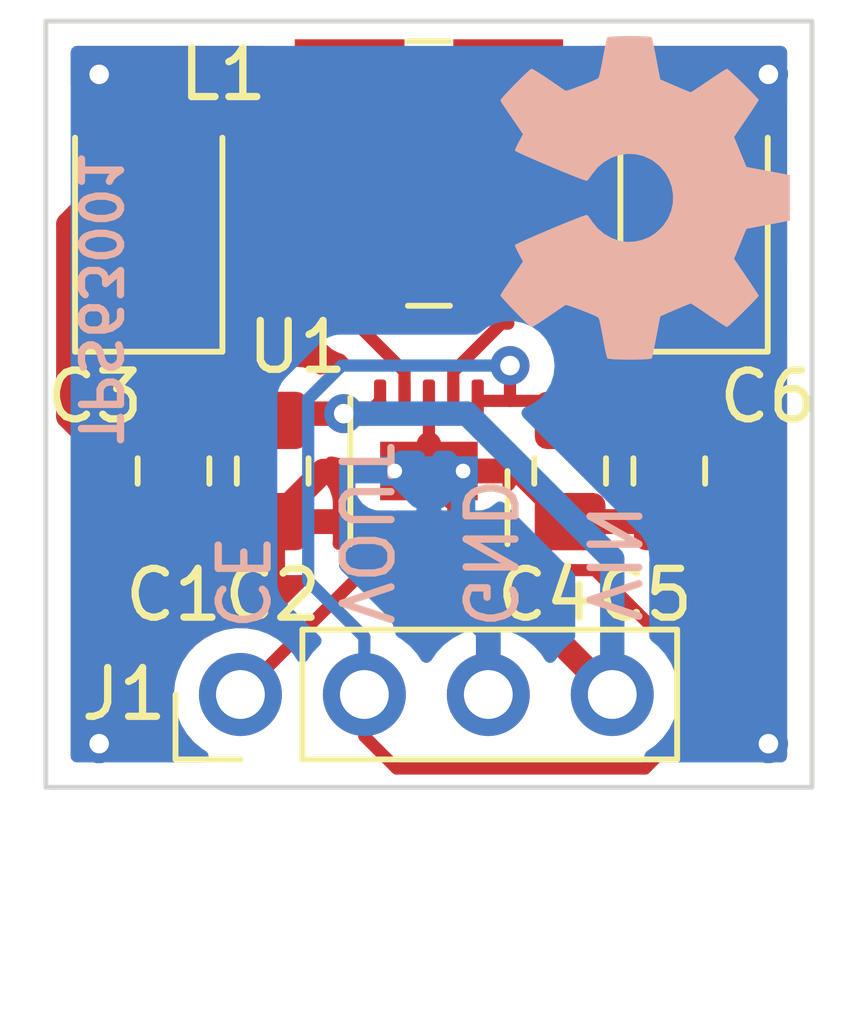
<source format=kicad_pcb>
(kicad_pcb (version 20211014) (generator pcbnew)
  (layers (0 "F.Cu" signal) (31 "B.Cu" signal) (34 "B.Paste" user) (35 "F.Paste" user) (36 "B.SilkS" user "B.Silkscreen") (37 "F.SilkS" user "F.Silkscreen") (38 "B.Mask" user) (39 "F.Mask" user) (44 "Edge.Cuts" user))
  (net 0 "")
  (net 1 "Net-(C1-Pad1)")
  (net 2 "Earth")
  (net 3 "Net-(L1-Pad1)")
  (net 4 "Net-(J1-Pad1)")
  (net 5 "Net-(L1-Pad2)")
  (net 6 "Net-(C4-Pad1)")
  (footprint "Capacitor_SMD:C_0805_2012Metric_Pad1.18x1.45mm_HandSolder" (layer "F.Cu") (at 112.776 109.22 -90)
    (fp_text reference "C5" (at 2.54 0.508) (layer "F.SilkS"))
    (fp_text value "10 uF")
    (fp_line (start -0.261252 -0.735) (end 0.261252 -0.735) (layer "F.SilkS") (width 0.12))
    (fp_line (start -0.261252 0.735) (end 0.261252 0.735) (layer "F.SilkS") (width 0.12))
    (pad "1" smd roundrect (at -1.0375 0 270) (size 1.175 1.45) (layers "F.Cu" "F.Paste" "F.Mask") (roundrect_rratio 0.2127659574) (net 6 "Net-(C4-Pad1)"))
    (pad "2" smd roundrect (at 1.0375 0 270) (size 1.175 1.45) (layers "F.Cu" "F.Paste" "F.Mask") (roundrect_rratio 0.2127659574) (net 2 "Earth"))
  )
  (footprint "Capacitor_SMD:C_0805_2012Metric_Pad1.18x1.45mm_HandSolder" (layer "F.Cu") (at 104.648 109.22 -90)
    (fp_text reference "C2" (at 2.54 0) (layer "F.SilkS"))
    (fp_text value "10 uF")
    (fp_line (start -0.261252 -0.735) (end 0.261252 -0.735) (layer "F.SilkS") (width 0.12))
    (fp_line (start -0.261252 0.735) (end 0.261252 0.735) (layer "F.SilkS") (width 0.12))
    (pad "1" smd roundrect (at -1.0375 0 270) (size 1.175 1.45) (layers "F.Cu" "F.Paste" "F.Mask") (roundrect_rratio 0.2127659574) (net 1 "Net-(C1-Pad1)"))
    (pad "2" smd roundrect (at 1.0375 0 270) (size 1.175 1.45) (layers "F.Cu" "F.Paste" "F.Mask") (roundrect_rratio 0.2127659574) (net 2 "Earth"))
  )
  (footprint "Capacitor_Tantalum_SMD:CP_EIA-3528-21_Kemet-B_Pad1.50x2.35mm_HandSolder" (layer "F.Cu") (at 113.284 104.14 90)
    (fp_text reference "C6" (at -3.556 1.51) (layer "F.SilkS"))
    (fp_text value "100 uF")
    (fp_line (start 1.75 -1.51) (end -2.635 -1.51) (layer "F.SilkS") (width 0.12))
    (fp_line (start -2.635 1.51) (end 1.75 1.51) (layer "F.SilkS") (width 0.12))
    (fp_line (start -2.635 -1.51) (end -2.635 1.51) (layer "F.SilkS") (width 0.12))
    (pad "1" smd roundrect (at -1.625 0 90) (size 1.5 2.35) (layers "F.Cu" "F.Paste" "F.Mask") (roundrect_rratio 0.166667) (net 6 "Net-(C4-Pad1)"))
    (pad "2" smd roundrect (at 1.625 0 90) (size 1.5 2.35) (layers "F.Cu" "F.Paste" "F.Mask") (roundrect_rratio 0.166667) (net 2 "Earth"))
  )
  (footprint "Package_SON:VSON-10-1EP_3x3mm_P0.5mm_EP1.2x2mm_ThermalVias" (layer "F.Cu") (at 107.85 109.22 -90)
    (fp_text reference "U1" (at -2.54 2.694) (layer "F.SilkS"))
    (fp_text value "TPS63001")
    (fp_line (start 0 -1.61) (end 1.5 -1.61) (layer "F.SilkS") (width 0.12))
    (fp_line (start -1.5 1.61) (end 1.5 1.61) (layer "F.SilkS") (width 0.12))
    (pad "1" smd roundrect (at -1.4375 -1 270) (size 0.875 0.25) (layers "F.Cu" "F.Paste" "F.Mask") (net 6 "Net-(C4-Pad1)"))
    (pad "2" smd roundrect (at -1.4375 -0.5 270) (size 0.875 0.25) (layers "F.Cu" "F.Paste" "F.Mask") (net 5 "Net-(L1-Pad2)"))
    (pad "3" smd roundrect (at -1.4375 0 270) (size 0.875 0.25) (layers "F.Cu" "F.Paste" "F.Mask") (net 2 "Earth"))
    (pad "4" smd roundrect (at -1.4375 0.5 270) (size 0.875 0.25) (layers "F.Cu" "F.Paste" "F.Mask") (net 3 "Net-(L1-Pad1)"))
    (pad "5" smd roundrect (at -1.4375 1 270) (size 0.875 0.25) (layers "F.Cu" "F.Paste" "F.Mask") (net 1 "Net-(C1-Pad1)"))
    (pad "6" smd roundrect (at 1.4375 1 270) (size 0.875 0.25) (layers "F.Cu" "F.Paste" "F.Mask") (net 4 "Net-(J1-Pad1)"))
    (pad "7" smd roundrect (at 1.4375 0.5 270) (size 0.875 0.25) (layers "F.Cu" "F.Paste" "F.Mask") (net 1 "Net-(C1-Pad1)"))
    (pad "8" smd roundrect (at 1.4375 0 270) (size 0.875 0.25) (layers "F.Cu" "F.Paste" "F.Mask") (net 1 "Net-(C1-Pad1)"))
    (pad "9" smd roundrect (at 1.4375 -0.5 270) (size 0.875 0.25) (layers "F.Cu" "F.Paste" "F.Mask") (net 2 "Earth"))
    (pad "10" smd roundrect (at 1.4375 -1 270) (size 0.875 0.25) (layers "F.Cu" "F.Paste" "F.Mask") (net 6 "Net-(C4-Pad1)"))
    (pad "11" thru_hole circle (at 0 -0.7 270) (size 0.6 0.6) (drill 0.3) (layers *.Cu) (net 2 "Earth"))
    (pad "11" thru_hole circle (at 0 0.7 270) (size 0.6 0.6) (drill 0.3) (layers *.Cu) (net 2 "Earth"))
    (pad "11" smd rect (at 0 0 270) (size 1.2 2) (layers "F.Cu" "F.Mask") (net 2 "Earth"))
    (pad "11" smd rect (at 0 0 270) (size 0.6 2) (layers "B.Cu") (net 2 "Earth"))
  )
  (footprint "Capacitor_SMD:C_0805_2012Metric_Pad1.18x1.45mm_HandSolder" (layer "F.Cu") (at 110.744 109.22 -90)
    (fp_text reference "C4" (at 2.54 0.508) (layer "F.SilkS"))
    (fp_text value "10 uF")
    (fp_line (start -0.261252 0.735) (end 0.261252 0.735) (layer "F.SilkS") (width 0.12))
    (fp_line (start -0.261252 -0.735) (end 0.261252 -0.735) (layer "F.SilkS") (width 0.12))
    (pad "1" smd roundrect (at -1.0375 0 270) (size 1.175 1.45) (layers "F.Cu" "F.Paste" "F.Mask") (roundrect_rratio 0.2127659574) (net 6 "Net-(C4-Pad1)"))
    (pad "2" smd roundrect (at 1.0375 0 270) (size 1.175 1.45) (layers "F.Cu" "F.Paste" "F.Mask") (roundrect_rratio 0.2127659574) (net 2 "Earth"))
  )
  (footprint "Capacitor_SMD:C_0805_2012Metric_Pad1.18x1.45mm_HandSolder" (layer "F.Cu") (at 102.616 109.22 -90)
    (fp_text reference "C1" (at 2.54 0) (layer "F.SilkS"))
    (fp_text value "10 uF")
    (fp_line (start -0.261252 -0.735) (end 0.261252 -0.735) (layer "F.SilkS") (width 0.12))
    (fp_line (start -0.261252 0.735) (end 0.261252 0.735) (layer "F.SilkS") (width 0.12))
    (pad "1" smd roundrect (at -1.0375 0 270) (size 1.175 1.45) (layers "F.Cu" "F.Paste" "F.Mask") (roundrect_rratio 0.2127659574) (net 1 "Net-(C1-Pad1)"))
    (pad "2" smd roundrect (at 1.0375 0 270) (size 1.175 1.45) (layers "F.Cu" "F.Paste" "F.Mask") (roundrect_rratio 0.2127659574) (net 2 "Earth"))
  )
  (footprint "Connector_PinHeader_2.54mm:PinHeader_1x04_P2.54mm_Vertical" (layer "F.Cu") (at 103.987 113.8 90)
    (fp_text reference "J1" (at 0.008 -2.387) (layer "F.SilkS"))
    (fp_text value "Conn_01x04_Male")
    (fp_line (start 1.33 1.27) (end 1.33 8.95) (layer "F.SilkS") (width 0.12))
    (fp_line (start -1.33 8.95) (end 1.33 8.95) (layer "F.SilkS") (width 0.12))
    (fp_line (start -1.33 1.27) (end -1.33 8.95) (layer "F.SilkS") (width 0.12))
    (fp_line (start -1.33 -1.33) (end 0 -1.33) (layer "F.SilkS") (width 0.12))
    (fp_line (start -1.33 0) (end -1.33 -1.33) (layer "F.SilkS") (width 0.12))
    (fp_line (start -1.33 1.27) (end 1.33 1.27) (layer "F.SilkS") (width 0.12))
    (pad "1" thru_hole circle (at 0 0 90) (size 1.7 1.7) (drill 1) (layers *.Cu *.Mask) (net 4 "Net-(J1-Pad1)"))
    (pad "2" thru_hole oval (at 0 2.54 90) (size 1.7 1.7) (drill 1) (layers *.Cu *.Mask) (net 6 "Net-(C4-Pad1)"))
    (pad "3" thru_hole oval (at 0 5.08 90) (size 1.7 1.7) (drill 1) (layers *.Cu *.Mask) (net 2 "Earth"))
    (pad "4" thru_hole oval (at 0 7.62 90) (size 1.7 1.7) (drill 1) (layers *.Cu *.Mask) (net 1 "Net-(C1-Pad1)"))
  )
  (footprint "Capacitor_Tantalum_SMD:CP_EIA-3528-21_Kemet-B_Pad1.50x2.35mm_HandSolder" (layer "F.Cu") (at 102.108 104.14 90)
    (fp_text reference "C3" (at -3.556 -1.108) (layer "F.SilkS"))
    (fp_text value "100 uF")
    (fp_line (start -2.635 1.51) (end 1.75 1.51) (layer "F.SilkS") (width 0.12))
    (fp_line (start -2.635 -1.51) (end -2.635 1.51) (layer "F.SilkS") (width 0.12))
    (fp_line (start 1.75 -1.51) (end -2.635 -1.51) (layer "F.SilkS") (width 0.12))
    (pad "1" smd roundrect (at -1.625 0 90) (size 1.5 2.35) (layers "F.Cu" "F.Paste" "F.Mask") (roundrect_rratio 0.166667) (net 1 "Net-(C1-Pad1)"))
    (pad "2" smd roundrect (at 1.625 0 90) (size 1.5 2.35) (layers "F.Cu" "F.Paste" "F.Mask") (roundrect_rratio 0.166667) (net 2 "Earth"))
  )
  (footprint "Inductor_SMD_narrow:L_Ferrocore_narrow_DLG-0504" (layer "F.Cu") (at 107.85 103.124)
    (fp_text reference "L1" (at -4.218 -2.032) (layer "F.SilkS"))
    (fp_text value "2.2 uH")
    (fp_line (start -0.43 2.71) (end 0.43 2.71) (layer "F.SilkS") (width 0.12))
    (fp_line (start -0.43 -2.71) (end 0.43 -2.71) (layer "F.SilkS") (width 0.12))
    (pad "1" smd rect (at -1.625 0) (size 2.25 5.5) (layers "F.Cu" "F.Paste" "F.Mask") (net 3 "Net-(L1-Pad1)"))
    (pad "2" smd rect (at 1.625 0) (size 2.25 5.5) (layers "F.Cu" "F.Paste" "F.Mask") (net 5 "Net-(L1-Pad2)"))
  )
  (footprint "Symbol:OSHW-Symbol_6.7x6mm_SilkScreen" (layer "B.Cu") (at 112.268 103.632 90)
    (fp_text reference "REF**" hide)
    (fp_text value "OSHW-Symbol_6.7x6mm_SilkScreen" hide)
    (fp_poly (pts (xy 0.555814 2.531069) (xy 0.639635 2.086445) (xy 0.94892 1.958947) (xy 1.258206 1.831449) (xy 1.629246 2.083754) (xy 1.733157 2.154004) (xy 1.827087 2.216728) (xy 1.906652 2.269062) (xy 1.96747 2.308143) (xy 2.005157 2.331107) (xy 2.015421 2.336058) (xy 2.03391 2.323324) (xy 2.07342 2.288118) (xy 2.129522 2.234938) (xy 2.197787 2.168282) (xy 2.273786 2.092646) (xy 2.353092 2.012528) (xy 2.431275 1.932426) (xy 2.503907 1.856836) (xy 2.566559 1.790255) (xy 2.614803 1.737182) (xy 2.64421 1.702113) (xy 2.651241 1.690377) (xy 2.641123 1.66874) (xy 2.612759 1.621338) (xy 2.569129 1.552807) (xy 2.513218 1.467785) (xy 2.448006 1.370907) (xy 2.410219 1.31565) (xy 2.341343 1.214752) (xy 2.28014 1.123701) (xy 2.229578 1.04703) (xy 2.192628 0.989272) (xy 2.172258 0.954957) (xy 2.169197 0.947746) (xy 2.176136 0.927252) (xy 2.195051 0.879487) (xy 2.223087 0.811168) (xy 2.257391 0.729011) (xy 2.295109 0.63973) (xy 2.333387 0.550042) (xy 2.36937 0.466662) (xy 2.400206 0.396306) (xy 2.423039 0.34569) (xy 2.435017 0.321529) (xy 2.435724 0.320578) (xy 2.454531 0.315964) (xy 2.504618 0.305672) (xy 2.580793 0.290713) (xy 2.677865 0.272099) (xy 2.790643 0.250841) (xy 2.856442 0.238582) (xy 2.97695 0.215638) (xy 3.085797 0.193805) (xy 3.177476 0.174278) (xy 3.246481 0.158252) (xy 3.287304 0.146921) (xy 3.295511 0.143326) (xy 3.303548 0.118994) (xy 3.310033 0.064041) (xy 3.31497 -0.015108) (xy 3.318364 -0.112026) (xy 3.320218 -0.220287) (xy 3.320538 -0.333465) (xy 3.319327 -0.445135) (xy 3.31659 -0.548868) (xy 3.312331 -0.638241) (xy 3.306555 -0.706826) (xy 3.299267 -0.748197) (xy 3.294895 -0.75681) (xy 3.268764 -0.767133) (xy 3.213393 -0.781892) (xy 3.136107 -0.799352) (xy 3.04423 -0.81778) (xy 3.012158 -0.823741) (xy 2.857524 -0.852066) (xy 2.735375 -0.874876) (xy 2.641673 -0.89308) (xy 2.572384 -0.907583) (xy 2.523471 -0.919292) (xy 2.490897 -0.929115) (xy 2.470628 -0.937956) (xy 2.458626 -0.946724) (xy 2.456947 -0.948457) (xy 2.440184 -0.976371) (xy 2.414614 -1.030695) (xy 2.382788 -1.104777) (xy 2.34726 -1.191965) (xy 2.310583 -1.285608) (xy 2.275311 -1.379052) (xy 2.243996 -1.465647) (xy 2.219193 -1.53874) (xy 2.203454 -1.591678) (xy 2.199332 -1.617811) (xy 2.199676 -1.618726) (xy 2.213641 -1.640086) (xy 2.245322 -1.687084) (xy 2.291391 -1.754827) (xy 2.348518 -1.838423) (xy 2.413373 -1.932982) (xy 2.431843 -1.959854) (xy 2.497699 -2.057275) (xy 2.55565 -2.146163) (xy 2.602538 -2.221412) (xy 2.635207 -2.27792) (xy 2.6505 -2.310581) (xy 2.651241 -2.314593) (xy 2.638392 -2.335684) (xy 2.602888 -2.377464) (xy 2.549293 -2.435445) (xy 2.482171 -2.505135) (xy 2.406087 -2.582045) (xy 2.325604 -2.661683) (xy 2.245287 -2.739561) (xy 2.169699 -2.811186) (xy 2.103405 -2.87207) (xy 2.050969 -2.917721) (xy 2.016955 -2.94365) (xy 2.007545 -2.947883) (xy 1.985643 -2.937912) (xy 1.9408 -2.91102) (xy 1.880321 -2.871736) (xy 1.833789 -2.840117) (xy 1.749475 -2.782098) (xy 1.649626 -2.713784) (xy 1.549473 -2.645579) (xy 1.495627 -2.609075) (xy 1.313371 -2.4858) (xy 1.160381 -2.56852) (xy 1.090682 -2.604759) (xy 1.031414 -2.632926) (xy 0.991311 -2.648991) (xy 0.981103 -2.651226) (xy 0.968829 -2.634722) (xy 0.944613 -2.588082) (xy 0.910263 -2.515609) (xy 0.867588 -2.421606) (xy 0.818394 -2.310374) (xy 0.76449 -2.186215) (xy 0.707684 -2.053432) (xy 0.649782 -1.916327) (xy 0.592593 -1.779202) (xy 0.537924 -1.646358) (xy 0.487584 -1.522098) (xy 0.44338 -1.410725) (xy 0.407119 -1.316539) (xy 0.380609 -1.243844) (xy 0.365658 -1.196941) (xy 0.363254 -1.180833) (xy 0.382311 -1.160286) (xy 0.424036 -1.126933) (xy 0.479706 -1.087702) (xy 0.484378 -1.084599) (xy 0.628264 -0.969423) (xy 0.744283 -0.835053) (xy 0.83143 -0.685784) (xy 0.888699 -0.525913) (xy 0.915086 -0.359737) (xy 0.909585 -0.191552) (xy 0.87119 -0.025655) (xy 0.798895 0.133658) (xy 0.777626 0.168513) (xy 0.666996 0.309263) (xy 0.536302 0.422286) (xy 0.390064 0.506997) (xy 0.232808 0.562806) (xy 0.069057 0.589126) (xy -0.096667 0.58537) (xy -0.259838 0.55095) (xy -0.415935 0.485277) (xy -0.560433 0.387765) (xy -0.605131 0.348187) (xy -0.718888 0.224297) (xy -0.801782 0.093876) (xy -0.858644 -0.052315) (xy -0.890313 -0.197088) (xy -0.898131 -0.35986) (xy -0.872062 -0.52344) (xy -0.814755 -0.682298) (xy -0.728856 -0.830906) (xy -0.617014 -0.963735) (xy -0.481877 -1.075256) (xy -0.464117 -1.087011) (xy -0.40785 -1.125508) (xy -0.365077 -1.158863) (xy -0.344628 -1.18016) (xy -0.344331 -1.180833) (xy -0.348721 -1.203871) (xy -0.366124 -1.256157) (xy -0.394732 -1.33339) (xy -0.432735 -1.431268) (xy -0.478326 -1.545491) (xy -0.529697 -1.671758) (xy -0.585038 -1.805767) (xy -0.642542 -1.943218) (xy -0.700399 -2.079808) (xy -0.756802 -2.211237) (xy -0.809942 -2.333205) (xy -0.85801 -2.441409) (xy -0.899199 -2.531549) (xy -0.931699 -2.599323) (xy -0.953703 -2.64043) (xy -0.962564 -2.651226) (xy -0.98964 -2.642819) (xy -1.040303 -2.620272) (xy -1.105817 -2.587613) (xy -1.141841 -2.56852) (xy -1.294832 -2.4858) (xy -1.477088 -2.609075) (xy -1.570125 -2.672228) (xy -1.671985 -2.741727) (xy -1.767438 -2.807165) (xy -1.81525 -2.840117) (xy -1.882495 -2.885273) (xy -1.939436 -2.921057) (xy -1.978646 -2.942938) (xy -1.991381 -2.947563) (xy -2.009917 -2.935085) (xy -2.050941 -2.900252) (xy -2.110475 -2.846678) (xy -2.184542 -2.777983) (xy -2.269165 -2.697781) (xy -2.322685 -2.646286) (xy -2.416319 -2.554286) (xy -2.497241 -2.471999) (xy -2.562177 -2.402945) (xy -2.607858 -2.350644) (xy -2.631011 -2.318616) (xy -2.633232 -2.312116) (xy -2.622924 -2.287394) (xy -2.594439 -2.237405) (xy -2.550937 -2.167212) (xy -2.495577 -2.081875) (xy -2.43152 -1.986456) (xy -2.413303 -1.959854) (xy -2.346927 -1.863167) (xy -2.287378 -1.776117) (xy -2.237984 -1.703595) (xy -2.202075 -1.650493) (xy -2.182981 -1.621703) (xy -2.181136 -1.618726) (xy -2.183895 -1.595782) (xy -2.198538 -1.545336) (xy -2.222513 -1.474041) (xy -2.253266 -1.388547) (xy -2.288244 -1.295507) (xy -2.324893 -1.201574) (xy -2.360661 -1.113399) (xy -2.392994 -1.037634) (xy -2.419338 -0.980931) (xy -2.437142 -0.949943) (xy -2.438407 -0.948457) (xy -2.449294 -0.939601) (xy -2.467682 -0.930843) (xy -2.497606 -0.921277) (xy -2.543103 -0.909996) (xy -2.608209 -0.896093) (xy -2.696961 -0.878663) (xy -2.813393 -0.856798) (xy -2.961542 -0.829591) (xy -2.993618 -0.823741) (xy -3.088686 -0.805374) (xy -3.171565 -0.787405) (xy -3.23493 -0.771569) (xy -3.271458 -0.7596) (xy -3.276356 -0.75681) (xy -3.284427 -0.732072) (xy -3.290987 -0.67679) (xy -3.296033 -0.597389) (xy -3.299559 -0.500296) (xy -3.301561 -0.391938) (xy -3.302036 -0.27874) (xy -3.300977 -0.167128) (xy -3.298382 -0.063529) (xy -3.294246 0.025632) (xy -3.288563 0.093928) (xy -3.281331 0.134934) (xy -3.276971 0.143326) (xy -3.252698 0.151792) (xy -3.197426 0.165565) (xy -3.116662 0.18345) (xy -3.015912 0.204252) (xy -2.900683 0.226777) (xy -2.837902 0.238582) (xy -2.718787 0.260849) (xy -2.612565 0.281021) (xy -2.524427 0.298085) (xy -2.459566 0.311031) (xy -2.423174 0.318845) (xy -2.417184 0.320578) (xy -2.407061 0.34011) (xy -2.385662 0.387157) (xy -2.355839 0.454997) (xy -2.320445 0.536909) (xy -2.282332 0.626172) (xy -2.244353 0.716065) (xy -2.20936 0.799865) (xy -2.180206 0.870853) (xy -2.159743 0.922306) (xy -2.150823 0.947503) (xy -2.150657 0.948604) (xy -2.160769 0.968481) (xy -2.189117 1.014223) (xy -2.232723 1.081283) (xy -2.288606 1.165116) (xy -2.353787 1.261174) (xy -2.391679 1.31635) (xy -2.460725 1.417519) (xy -2.52205 1.50937) (xy -2.572663 1.587256) (xy -2.609571 1.646531) (xy -2.629782 1.682549) (xy -2.632701 1.690623) (xy -2.620153 1.709416) (xy -2.585463 1.749543) (xy -2.533063 1.806507) (xy -2.467384 1.875815) (xy -2.392856 1.952969) (xy -2.313913 2.033475) (xy -2.234983 2.112837) (xy -2.1605 2.18656) (xy -2.094894 2.250148) (xy -2.042596 2.299106) (xy -2.008039 2.328939) (xy -1.996478 2.336058) (xy -1.977654 2.326047) (xy -1.932631 2.297922) (xy -1.865787 2.254546) (xy -1.781499 2.198782) (xy -1.684144 2.133494) (xy -1.610707 2.083754) (xy -1.239667 1.831449) (xy -0.621095 2.086445) (xy -0.537275 2.531069) (xy -0.453454 2.975693) (xy 0.471994 2.975693) (xy 0.555814 2.531069)) (layer "B.SilkS") (width 0.01) (fill solid))
  )
  (gr_line (start 115.7 100) (end 115.7 115.7) (layer "Edge.Cuts") (width 0.1))
  (gr_line (start 100 100) (end 115.7 100) (layer "Edge.Cuts") (width 0.1))
  (gr_line (start 100 115.7) (end 115.7 115.7) (layer "Edge.Cuts") (width 0.1))
  (gr_line (start 100 100) (end 100 115.7) (layer "Edge.Cuts") (width 0.1))
  (gr_text "CE" (at 103.987 111.5 -90) (layer "B.SilkS") (effects (font (size 1 1)) (justify mirror)))
  (gr_text "VIN" (at 111.607 111.1 -90) (layer "B.SilkS") (effects (font (size 1 1)) (justify mirror)))
  (gr_text "TPS63001" (at 101.092 105.664 -90) (layer "B.SilkS") (effects (font (size 0.8 0.8)) (justify mirror)))
  (gr_text "GND" (at 109.067 110.9 -90) (layer "B.SilkS") (effects (font (size 1 1)) (justify mirror)))
  (gr_text "VOUT" (at 106.527 110.5 -90) (layer "B.SilkS") (effects (font (size 1 1)) (justify mirror)))
  (segment (start 106.5879 108.0446) (end 106.85 107.7825) (width 0.2502) (layer "F.Cu") (net 1))
  (segment (start 107.7366 110.6575) (end 107.4257 110.6575) (width 0.5) (layer "F.Cu") (net 1))
  (segment (start 107.4257 110.6575) (end 107.35 110.6575) (width 0.2502) (layer "F.Cu") (net 1))
  (segment (start 104.648 108.1825) (end 104.7859 108.0446) (width 0.5) (layer "F.Cu") (net 1))
  (segment (start 106.104 108.0446) (end 106.5879 108.0446) (width 0.5) (layer "F.Cu") (net 1))
  (segment (start 111.607 113.8) (end 110.0564 112.2494) (width 0.5) (layer "F.Cu") (net 1))
  (segment (start 102.616 106.273) (end 102.616 108.1825) (width 0.5) (layer "F.Cu") (net 1))
  (segment (start 108.7456 112.2494) (end 107.7744 111.2782) (width 0.5) (layer "F.Cu") (net 1))
  (segment (start 102.616 108.1825) (end 104.648 108.1825) (width 0.5) (layer "F.Cu") (net 1))
  (segment (start 110.0564 112.2494) (end 108.7456 112.2494) (width 0.5) (layer "F.Cu") (net 1))
  (segment (start 107.7744 111.2782) (end 107.7744 110.6953) (width 0.5) (layer "F.Cu") (net 1))
  (segment (start 104.7859 108.0446) (end 106.104 108.0446) (width 0.5) (layer "F.Cu") (net 1))
  (segment (start 107.85 110.6575) (end 107.8122 110.6953) (width 0.2502) (layer "F.Cu") (net 1))
  (segment (start 102.108 105.765) (end 102.616 106.273) (width 0.5) (layer "F.Cu") (net 1))
  (segment (start 107.8122 110.6953) (end 107.7744 110.6953) (width 0.2502) (layer "F.Cu") (net 1))
  (segment (start 107.7744 110.6953) (end 107.7366 110.6575) (width 0.5) (layer "F.Cu") (net 1))
  (via (at 106.104 108.0446) (size 0.8) (drill 0.4) (layers "F.Cu" "B.Cu") (net 1))
  (segment (start 111.607 113.8) (end 111.607 111.019) (width 0.5) (layer "B.Cu") (net 1))
  (segment (start 111.607 111.019) (end 108.6326 108.0446) (width 0.5) (layer "B.Cu") (net 1))
  (segment (start 108.6326 108.0446) (end 106.104 108.0446) (width 0.5) (layer "B.Cu") (net 1))
  (segment (start 114.9178 108.1157) (end 112.776 110.2575) (width 0.5) (layer "F.Cu") (net 2))
  (segment (start 107.15 109.22) (end 107.85 109.22) (width 0.5) (layer "F.Cu") (net 2))
  (segment (start 108.35 109.22) (end 108.35 109.7693) (width 0.5) (layer "F.Cu") (net 2))
  (segment (start 100.4604 104.1626) (end 100.4604 108.1019) (width 0.5) (layer "F.Cu") (net 2))
  (segment (start 107.85 109.22) (end 107.85 108.6707) (width 0.5) (layer "F.Cu") (net 2))
  (segment (start 113.284 102.515) (end 114.9178 104.1488) (width 0.5) (layer "F.Cu") (net 2))
  (segment (start 114.9178 104.1488) (end 114.9178 108.1157) (width 0.5) (layer "F.Cu") (net 2))
  (segment (start 104.648 110.2575) (end 105.6855 109.22) (width 0.5) (layer "F.Cu") (net 2))
  (segment (start 107.85 109.22) (end 108.35 109.22) (width 0.5) (layer "F.Cu") (net 2))
  (segment (start 108.55 109.22) (end 109.7065 109.22) (width 0.5) (layer "F.Cu") (net 2))
  (segment (start 105.6855 109.22) (end 107.15 109.22) (width 0.5) (layer "F.Cu") (net 2))
  (segment (start 109.7065 109.22) (end 110.744 110.2575) (width 0.5) (layer "F.Cu") (net 2))
  (segment (start 108.35 109.7693) (end 108.35 110.6575) (width 0.2502) (layer "F.Cu") (net 2))
  (segment (start 107.85 108.6707) (end 107.85 107.7825) (width 0.2502) (layer "F.Cu") (net 2))
  (segment (start 112.776 110.2575) (end 110.744 110.2575) (width 0.5) (layer "F.Cu") (net 2))
  (segment (start 102.616 110.2575) (end 104.648 110.2575) (width 0.5) (layer "F.Cu") (net 2))
  (segment (start 108.35 109.22) (end 108.55 109.22) (width 0.5) (layer "F.Cu") (net 2))
  (segment (start 100.4604 108.1019) (end 102.616 110.2575) (width 0.5) (layer "F.Cu") (net 2))
  (segment (start 102.108 102.515) (end 100.4604 104.1626) (width 0.5) (layer "F.Cu") (net 2))
  (via (at 114.808 101.092) (size 0.8) (drill 0.4) (layers "F.Cu" "B.Cu") (net 2))
  (via (at 101.092 114.808) (size 0.8) (drill 0.4) (layers "F.Cu" "B.Cu") (net 2))
  (via (at 101.092 101.092) (size 0.8) (drill 0.4) (layers "F.Cu" "B.Cu") (net 2))
  (via (at 114.808 114.808) (size 0.8) (drill 0.4) (layers "F.Cu" "B.Cu") (net 2))
  (segment (start 109.067 113.8) (end 109.067 112.4997) (width 0.5) (layer "B.Cu") (net 2))
  (segment (start 108.55 111.9827) (end 109.067 112.4997) (width 0.5) (layer "B.Cu") (net 2))
  (segment (start 108.55 109.22) (end 108.55 111.9827) (width 0.5) (layer "B.Cu") (net 2))
  (segment (start 107.85 109.22) (end 108.55 109.22) (width 0.5) (layer "B.Cu") (net 2))
  (segment (start 106.225 106.1993) (end 106.3657 106.1993) (width 0.25) (layer "F.Cu") (net 3))
  (segment (start 107.35 107.1836) (end 107.35 107.7825) (width 0.25) (layer "F.Cu") (net 3))
  (segment (start 106.225 103.124) (end 106.225 106.1993) (width 0.25) (layer "F.Cu") (net 3))
  (segment (start 106.3657 106.1993) (end 107.35 107.1836) (width 0.25) (layer "F.Cu") (net 3))
  (segment (start 103.987 113.8) (end 106.85 110.937) (width 0.25) (layer "F.Cu") (net 4))
  (segment (start 106.85 110.937) (end 106.85 110.6575) (width 0.25) (layer "F.Cu") (net 4))
  (segment (start 109.475 103.124) (end 109.475 106.1993) (width 0.25) (layer "F.Cu") (net 5))
  (segment (start 109.475 106.1993) (end 109.3343 106.1993) (width 0.25) (layer "F.Cu") (net 5))
  (segment (start 108.35 107.1836) (end 108.35 107.7825) (width 0.25) (layer "F.Cu") (net 5))
  (segment (start 109.3343 106.1993) (end 108.35 107.1836) (width 0.25) (layer "F.Cu") (net 5))
  (segment (start 113.284 105.765) (end 113.284 107.6745) (width 0.25) (layer "F.Cu") (net 6))
  (segment (start 110.344 107.7825) (end 109.5116 107.7825) (width 0.25) (layer "F.Cu") (net 6))
  (segment (start 110.744 108.1825) (end 110.344 107.7825) (width 0.25) (layer "F.Cu") (net 6))
  (segment (start 113.284 114.31205) (end 113.284 113.28225) (width 0.25) (layer "F.Cu") (net 6))
  (segment (start 113.284 113.28225) (end 111.25375 111.252) (width 0.25) (layer "F.Cu") (net 6))
  (segment (start 109.4445 111.252) (end 108.85 110.6575) (width 0.25) (layer "F.Cu") (net 6))
  (segment (start 111.25375 111.252) (end 109.4445 111.252) (width 0.25) (layer "F.Cu") (net 6))
  (segment (start 113.284 107.6745) (end 112.776 108.1825) (width 0.25) (layer "F.Cu") (net 6))
  (segment (start 112.28005 115.316) (end 113.284 114.31205) (width 0.25) (layer "F.Cu") (net 6))
  (segment (start 109.5116 107.7825) (end 108.85 107.7825) (width 0.25) (layer "F.Cu") (net 6))
  (segment (start 110.744 108.1825) (end 112.776 108.1825) (width 0.25) (layer "F.Cu") (net 6))
  (segment (start 106.527 114.655) (end 107.188 115.316) (width 0.25) (layer "F.Cu") (net 6))
  (segment (start 106.527 113.8) (end 106.527 114.655) (width 0.25) (layer "F.Cu") (net 6))
  (segment (start 107.188 115.316) (end 112.28005 115.316) (width 0.25) (layer "F.Cu") (net 6))
  (segment (start 109.5116 107.0594) (end 109.5116 107.7825) (width 0.25) (layer "F.Cu") (net 6))
  (via (at 109.5116 107.0594) (size 0.8) (drill 0.4) (layers "F.Cu" "B.Cu") (net 6))
  (segment (start 106.527 112.6247) (end 105.3764 111.4741) (width 0.25) (layer "B.Cu") (net 6))
  (segment (start 105.3764 111.4741) (end 105.3764 107.744) (width 0.25) (layer "B.Cu") (net 6))
  (segment (start 106.527 113.8) (end 106.527 112.6247) (width 0.25) (layer "B.Cu") (net 6))
  (segment (start 106.061 107.0594) (end 109.5116 107.0594) (width 0.25) (layer "B.Cu") (net 6))
  (segment (start 105.3764 107.744) (end 106.061 107.0594) (width 0.25) (layer "B.Cu") (net 6))
  (zone (net 2) (net_name "Earth") (layers F&B.Cu) (connect_pads (clearance 0.508)) (min_thickness 0.254) (fill yes (thermal_gap 0.508) (thermal_bridge_width 0.508))
    (polygon (pts (xy 116.332 116.332) (xy 99.06 116.332) (xy 99.06 99.568) (xy 116.332 99.568)))
  )
)
</source>
